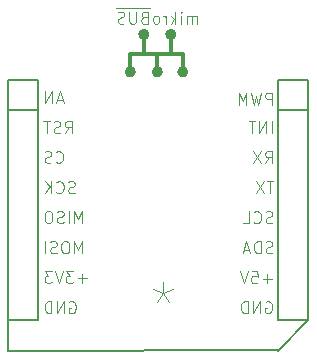
<source format=gbo>
G04 #@! TF.GenerationSoftware,KiCad,Pcbnew,8.0.6*
G04 #@! TF.CreationDate,2025-01-19T14:16:04-05:00*
G04 #@! TF.ProjectId,board_stm8_rev2,626f6172-645f-4737-946d-385f72657632,rev?*
G04 #@! TF.SameCoordinates,Original*
G04 #@! TF.FileFunction,Legend,Bot*
G04 #@! TF.FilePolarity,Positive*
%FSLAX46Y46*%
G04 Gerber Fmt 4.6, Leading zero omitted, Abs format (unit mm)*
G04 Created by KiCad (PCBNEW 8.0.6) date 2025-01-19 14:16:04*
%MOMM*%
%LPD*%
G01*
G04 APERTURE LIST*
%ADD10C,0.100000*%
%ADD11C,0.127000*%
%ADD12C,0.304800*%
%ADD13C,0.508000*%
G04 APERTURE END LIST*
D10*
X151876761Y-99892419D02*
X151876761Y-98892419D01*
X151876761Y-98892419D02*
X151543428Y-99606704D01*
X151543428Y-99606704D02*
X151210095Y-98892419D01*
X151210095Y-98892419D02*
X151210095Y-99892419D01*
X150543428Y-98892419D02*
X150352952Y-98892419D01*
X150352952Y-98892419D02*
X150257714Y-98940038D01*
X150257714Y-98940038D02*
X150162476Y-99035276D01*
X150162476Y-99035276D02*
X150114857Y-99225752D01*
X150114857Y-99225752D02*
X150114857Y-99559085D01*
X150114857Y-99559085D02*
X150162476Y-99749561D01*
X150162476Y-99749561D02*
X150257714Y-99844800D01*
X150257714Y-99844800D02*
X150352952Y-99892419D01*
X150352952Y-99892419D02*
X150543428Y-99892419D01*
X150543428Y-99892419D02*
X150638666Y-99844800D01*
X150638666Y-99844800D02*
X150733904Y-99749561D01*
X150733904Y-99749561D02*
X150781523Y-99559085D01*
X150781523Y-99559085D02*
X150781523Y-99225752D01*
X150781523Y-99225752D02*
X150733904Y-99035276D01*
X150733904Y-99035276D02*
X150638666Y-98940038D01*
X150638666Y-98940038D02*
X150543428Y-98892419D01*
X149733904Y-99844800D02*
X149591047Y-99892419D01*
X149591047Y-99892419D02*
X149352952Y-99892419D01*
X149352952Y-99892419D02*
X149257714Y-99844800D01*
X149257714Y-99844800D02*
X149210095Y-99797180D01*
X149210095Y-99797180D02*
X149162476Y-99701942D01*
X149162476Y-99701942D02*
X149162476Y-99606704D01*
X149162476Y-99606704D02*
X149210095Y-99511466D01*
X149210095Y-99511466D02*
X149257714Y-99463847D01*
X149257714Y-99463847D02*
X149352952Y-99416228D01*
X149352952Y-99416228D02*
X149543428Y-99368609D01*
X149543428Y-99368609D02*
X149638666Y-99320990D01*
X149638666Y-99320990D02*
X149686285Y-99273371D01*
X149686285Y-99273371D02*
X149733904Y-99178133D01*
X149733904Y-99178133D02*
X149733904Y-99082895D01*
X149733904Y-99082895D02*
X149686285Y-98987657D01*
X149686285Y-98987657D02*
X149638666Y-98940038D01*
X149638666Y-98940038D02*
X149543428Y-98892419D01*
X149543428Y-98892419D02*
X149305333Y-98892419D01*
X149305333Y-98892419D02*
X149162476Y-98940038D01*
X148733904Y-99892419D02*
X148733904Y-98892419D01*
X167977180Y-99844800D02*
X167834323Y-99892419D01*
X167834323Y-99892419D02*
X167596228Y-99892419D01*
X167596228Y-99892419D02*
X167500990Y-99844800D01*
X167500990Y-99844800D02*
X167453371Y-99797180D01*
X167453371Y-99797180D02*
X167405752Y-99701942D01*
X167405752Y-99701942D02*
X167405752Y-99606704D01*
X167405752Y-99606704D02*
X167453371Y-99511466D01*
X167453371Y-99511466D02*
X167500990Y-99463847D01*
X167500990Y-99463847D02*
X167596228Y-99416228D01*
X167596228Y-99416228D02*
X167786704Y-99368609D01*
X167786704Y-99368609D02*
X167881942Y-99320990D01*
X167881942Y-99320990D02*
X167929561Y-99273371D01*
X167929561Y-99273371D02*
X167977180Y-99178133D01*
X167977180Y-99178133D02*
X167977180Y-99082895D01*
X167977180Y-99082895D02*
X167929561Y-98987657D01*
X167929561Y-98987657D02*
X167881942Y-98940038D01*
X167881942Y-98940038D02*
X167786704Y-98892419D01*
X167786704Y-98892419D02*
X167548609Y-98892419D01*
X167548609Y-98892419D02*
X167405752Y-98940038D01*
X166977180Y-99892419D02*
X166977180Y-98892419D01*
X166977180Y-98892419D02*
X166739085Y-98892419D01*
X166739085Y-98892419D02*
X166596228Y-98940038D01*
X166596228Y-98940038D02*
X166500990Y-99035276D01*
X166500990Y-99035276D02*
X166453371Y-99130514D01*
X166453371Y-99130514D02*
X166405752Y-99320990D01*
X166405752Y-99320990D02*
X166405752Y-99463847D01*
X166405752Y-99463847D02*
X166453371Y-99654323D01*
X166453371Y-99654323D02*
X166500990Y-99749561D01*
X166500990Y-99749561D02*
X166596228Y-99844800D01*
X166596228Y-99844800D02*
X166739085Y-99892419D01*
X166739085Y-99892419D02*
X166977180Y-99892419D01*
X166024799Y-99606704D02*
X165548609Y-99606704D01*
X166120037Y-99892419D02*
X165786704Y-98892419D01*
X165786704Y-98892419D02*
X165453371Y-99892419D01*
X149638666Y-92151780D02*
X149686285Y-92199400D01*
X149686285Y-92199400D02*
X149829142Y-92247019D01*
X149829142Y-92247019D02*
X149924380Y-92247019D01*
X149924380Y-92247019D02*
X150067237Y-92199400D01*
X150067237Y-92199400D02*
X150162475Y-92104161D01*
X150162475Y-92104161D02*
X150210094Y-92008923D01*
X150210094Y-92008923D02*
X150257713Y-91818447D01*
X150257713Y-91818447D02*
X150257713Y-91675590D01*
X150257713Y-91675590D02*
X150210094Y-91485114D01*
X150210094Y-91485114D02*
X150162475Y-91389876D01*
X150162475Y-91389876D02*
X150067237Y-91294638D01*
X150067237Y-91294638D02*
X149924380Y-91247019D01*
X149924380Y-91247019D02*
X149829142Y-91247019D01*
X149829142Y-91247019D02*
X149686285Y-91294638D01*
X149686285Y-91294638D02*
X149638666Y-91342257D01*
X149257713Y-92199400D02*
X149114856Y-92247019D01*
X149114856Y-92247019D02*
X148876761Y-92247019D01*
X148876761Y-92247019D02*
X148781523Y-92199400D01*
X148781523Y-92199400D02*
X148733904Y-92151780D01*
X148733904Y-92151780D02*
X148686285Y-92056542D01*
X148686285Y-92056542D02*
X148686285Y-91961304D01*
X148686285Y-91961304D02*
X148733904Y-91866066D01*
X148733904Y-91866066D02*
X148781523Y-91818447D01*
X148781523Y-91818447D02*
X148876761Y-91770828D01*
X148876761Y-91770828D02*
X149067237Y-91723209D01*
X149067237Y-91723209D02*
X149162475Y-91675590D01*
X149162475Y-91675590D02*
X149210094Y-91627971D01*
X149210094Y-91627971D02*
X149257713Y-91532733D01*
X149257713Y-91532733D02*
X149257713Y-91437495D01*
X149257713Y-91437495D02*
X149210094Y-91342257D01*
X149210094Y-91342257D02*
X149162475Y-91294638D01*
X149162475Y-91294638D02*
X149067237Y-91247019D01*
X149067237Y-91247019D02*
X148829142Y-91247019D01*
X148829142Y-91247019D02*
X148686285Y-91294638D01*
X168072418Y-93812419D02*
X167500990Y-93812419D01*
X167786704Y-94812419D02*
X167786704Y-93812419D01*
X167262894Y-93812419D02*
X166596228Y-94812419D01*
X166596228Y-93812419D02*
X167262894Y-94812419D01*
X167405751Y-104020038D02*
X167500989Y-103972419D01*
X167500989Y-103972419D02*
X167643846Y-103972419D01*
X167643846Y-103972419D02*
X167786703Y-104020038D01*
X167786703Y-104020038D02*
X167881941Y-104115276D01*
X167881941Y-104115276D02*
X167929560Y-104210514D01*
X167929560Y-104210514D02*
X167977179Y-104400990D01*
X167977179Y-104400990D02*
X167977179Y-104543847D01*
X167977179Y-104543847D02*
X167929560Y-104734323D01*
X167929560Y-104734323D02*
X167881941Y-104829561D01*
X167881941Y-104829561D02*
X167786703Y-104924800D01*
X167786703Y-104924800D02*
X167643846Y-104972419D01*
X167643846Y-104972419D02*
X167548608Y-104972419D01*
X167548608Y-104972419D02*
X167405751Y-104924800D01*
X167405751Y-104924800D02*
X167358132Y-104877180D01*
X167358132Y-104877180D02*
X167358132Y-104543847D01*
X167358132Y-104543847D02*
X167548608Y-104543847D01*
X166929560Y-104972419D02*
X166929560Y-103972419D01*
X166929560Y-103972419D02*
X166358132Y-104972419D01*
X166358132Y-104972419D02*
X166358132Y-103972419D01*
X165881941Y-104972419D02*
X165881941Y-103972419D01*
X165881941Y-103972419D02*
X165643846Y-103972419D01*
X165643846Y-103972419D02*
X165500989Y-104020038D01*
X165500989Y-104020038D02*
X165405751Y-104115276D01*
X165405751Y-104115276D02*
X165358132Y-104210514D01*
X165358132Y-104210514D02*
X165310513Y-104400990D01*
X165310513Y-104400990D02*
X165310513Y-104543847D01*
X165310513Y-104543847D02*
X165358132Y-104734323D01*
X165358132Y-104734323D02*
X165405751Y-104829561D01*
X165405751Y-104829561D02*
X165500989Y-104924800D01*
X165500989Y-104924800D02*
X165643846Y-104972419D01*
X165643846Y-104972419D02*
X165881941Y-104972419D01*
X167929561Y-87319419D02*
X167929561Y-86319419D01*
X167929561Y-86319419D02*
X167548609Y-86319419D01*
X167548609Y-86319419D02*
X167453371Y-86367038D01*
X167453371Y-86367038D02*
X167405752Y-86414657D01*
X167405752Y-86414657D02*
X167358133Y-86509895D01*
X167358133Y-86509895D02*
X167358133Y-86652752D01*
X167358133Y-86652752D02*
X167405752Y-86747990D01*
X167405752Y-86747990D02*
X167453371Y-86795609D01*
X167453371Y-86795609D02*
X167548609Y-86843228D01*
X167548609Y-86843228D02*
X167929561Y-86843228D01*
X167024799Y-86319419D02*
X166786704Y-87319419D01*
X166786704Y-87319419D02*
X166596228Y-86605133D01*
X166596228Y-86605133D02*
X166405752Y-87319419D01*
X166405752Y-87319419D02*
X166167657Y-86319419D01*
X165786704Y-87319419D02*
X165786704Y-86319419D01*
X165786704Y-86319419D02*
X165453371Y-87033704D01*
X165453371Y-87033704D02*
X165120038Y-86319419D01*
X165120038Y-86319419D02*
X165120038Y-87319419D01*
X167977179Y-97304800D02*
X167834322Y-97352419D01*
X167834322Y-97352419D02*
X167596227Y-97352419D01*
X167596227Y-97352419D02*
X167500989Y-97304800D01*
X167500989Y-97304800D02*
X167453370Y-97257180D01*
X167453370Y-97257180D02*
X167405751Y-97161942D01*
X167405751Y-97161942D02*
X167405751Y-97066704D01*
X167405751Y-97066704D02*
X167453370Y-96971466D01*
X167453370Y-96971466D02*
X167500989Y-96923847D01*
X167500989Y-96923847D02*
X167596227Y-96876228D01*
X167596227Y-96876228D02*
X167786703Y-96828609D01*
X167786703Y-96828609D02*
X167881941Y-96780990D01*
X167881941Y-96780990D02*
X167929560Y-96733371D01*
X167929560Y-96733371D02*
X167977179Y-96638133D01*
X167977179Y-96638133D02*
X167977179Y-96542895D01*
X167977179Y-96542895D02*
X167929560Y-96447657D01*
X167929560Y-96447657D02*
X167881941Y-96400038D01*
X167881941Y-96400038D02*
X167786703Y-96352419D01*
X167786703Y-96352419D02*
X167548608Y-96352419D01*
X167548608Y-96352419D02*
X167405751Y-96400038D01*
X166405751Y-97257180D02*
X166453370Y-97304800D01*
X166453370Y-97304800D02*
X166596227Y-97352419D01*
X166596227Y-97352419D02*
X166691465Y-97352419D01*
X166691465Y-97352419D02*
X166834322Y-97304800D01*
X166834322Y-97304800D02*
X166929560Y-97209561D01*
X166929560Y-97209561D02*
X166977179Y-97114323D01*
X166977179Y-97114323D02*
X167024798Y-96923847D01*
X167024798Y-96923847D02*
X167024798Y-96780990D01*
X167024798Y-96780990D02*
X166977179Y-96590514D01*
X166977179Y-96590514D02*
X166929560Y-96495276D01*
X166929560Y-96495276D02*
X166834322Y-96400038D01*
X166834322Y-96400038D02*
X166691465Y-96352419D01*
X166691465Y-96352419D02*
X166596227Y-96352419D01*
X166596227Y-96352419D02*
X166453370Y-96400038D01*
X166453370Y-96400038D02*
X166405751Y-96447657D01*
X165500989Y-97352419D02*
X165977179Y-97352419D01*
X165977179Y-97352419D02*
X165977179Y-96352419D01*
X167929560Y-102051466D02*
X167167656Y-102051466D01*
X167548608Y-102432419D02*
X167548608Y-101670514D01*
X166215275Y-101432419D02*
X166691465Y-101432419D01*
X166691465Y-101432419D02*
X166739084Y-101908609D01*
X166739084Y-101908609D02*
X166691465Y-101860990D01*
X166691465Y-101860990D02*
X166596227Y-101813371D01*
X166596227Y-101813371D02*
X166358132Y-101813371D01*
X166358132Y-101813371D02*
X166262894Y-101860990D01*
X166262894Y-101860990D02*
X166215275Y-101908609D01*
X166215275Y-101908609D02*
X166167656Y-102003847D01*
X166167656Y-102003847D02*
X166167656Y-102241942D01*
X166167656Y-102241942D02*
X166215275Y-102337180D01*
X166215275Y-102337180D02*
X166262894Y-102384800D01*
X166262894Y-102384800D02*
X166358132Y-102432419D01*
X166358132Y-102432419D02*
X166596227Y-102432419D01*
X166596227Y-102432419D02*
X166691465Y-102384800D01*
X166691465Y-102384800D02*
X166739084Y-102337180D01*
X165881941Y-101432419D02*
X165548608Y-102432419D01*
X165548608Y-102432419D02*
X165215275Y-101432419D01*
X152257714Y-102026066D02*
X151495810Y-102026066D01*
X151876762Y-102407019D02*
X151876762Y-101645114D01*
X151114857Y-101407019D02*
X150495810Y-101407019D01*
X150495810Y-101407019D02*
X150829143Y-101787971D01*
X150829143Y-101787971D02*
X150686286Y-101787971D01*
X150686286Y-101787971D02*
X150591048Y-101835590D01*
X150591048Y-101835590D02*
X150543429Y-101883209D01*
X150543429Y-101883209D02*
X150495810Y-101978447D01*
X150495810Y-101978447D02*
X150495810Y-102216542D01*
X150495810Y-102216542D02*
X150543429Y-102311780D01*
X150543429Y-102311780D02*
X150591048Y-102359400D01*
X150591048Y-102359400D02*
X150686286Y-102407019D01*
X150686286Y-102407019D02*
X150972000Y-102407019D01*
X150972000Y-102407019D02*
X151067238Y-102359400D01*
X151067238Y-102359400D02*
X151114857Y-102311780D01*
X150210095Y-101407019D02*
X149876762Y-102407019D01*
X149876762Y-102407019D02*
X149543429Y-101407019D01*
X149305333Y-101407019D02*
X148686286Y-101407019D01*
X148686286Y-101407019D02*
X149019619Y-101787971D01*
X149019619Y-101787971D02*
X148876762Y-101787971D01*
X148876762Y-101787971D02*
X148781524Y-101835590D01*
X148781524Y-101835590D02*
X148733905Y-101883209D01*
X148733905Y-101883209D02*
X148686286Y-101978447D01*
X148686286Y-101978447D02*
X148686286Y-102216542D01*
X148686286Y-102216542D02*
X148733905Y-102311780D01*
X148733905Y-102311780D02*
X148781524Y-102359400D01*
X148781524Y-102359400D02*
X148876762Y-102407019D01*
X148876762Y-102407019D02*
X149162476Y-102407019D01*
X149162476Y-102407019D02*
X149257714Y-102359400D01*
X149257714Y-102359400D02*
X149305333Y-102311780D01*
X167929561Y-89732419D02*
X167929561Y-88732419D01*
X167453371Y-89732419D02*
X167453371Y-88732419D01*
X167453371Y-88732419D02*
X166881943Y-89732419D01*
X166881943Y-89732419D02*
X166881943Y-88732419D01*
X166548609Y-88732419D02*
X165977181Y-88732419D01*
X166262895Y-89732419D02*
X166262895Y-88732419D01*
X151876761Y-97327019D02*
X151876761Y-96327019D01*
X151876761Y-96327019D02*
X151543428Y-97041304D01*
X151543428Y-97041304D02*
X151210095Y-96327019D01*
X151210095Y-96327019D02*
X151210095Y-97327019D01*
X150733904Y-97327019D02*
X150733904Y-96327019D01*
X150305333Y-97279400D02*
X150162476Y-97327019D01*
X150162476Y-97327019D02*
X149924381Y-97327019D01*
X149924381Y-97327019D02*
X149829143Y-97279400D01*
X149829143Y-97279400D02*
X149781524Y-97231780D01*
X149781524Y-97231780D02*
X149733905Y-97136542D01*
X149733905Y-97136542D02*
X149733905Y-97041304D01*
X149733905Y-97041304D02*
X149781524Y-96946066D01*
X149781524Y-96946066D02*
X149829143Y-96898447D01*
X149829143Y-96898447D02*
X149924381Y-96850828D01*
X149924381Y-96850828D02*
X150114857Y-96803209D01*
X150114857Y-96803209D02*
X150210095Y-96755590D01*
X150210095Y-96755590D02*
X150257714Y-96707971D01*
X150257714Y-96707971D02*
X150305333Y-96612733D01*
X150305333Y-96612733D02*
X150305333Y-96517495D01*
X150305333Y-96517495D02*
X150257714Y-96422257D01*
X150257714Y-96422257D02*
X150210095Y-96374638D01*
X150210095Y-96374638D02*
X150114857Y-96327019D01*
X150114857Y-96327019D02*
X149876762Y-96327019D01*
X149876762Y-96327019D02*
X149733905Y-96374638D01*
X149114857Y-96327019D02*
X148924381Y-96327019D01*
X148924381Y-96327019D02*
X148829143Y-96374638D01*
X148829143Y-96374638D02*
X148733905Y-96469876D01*
X148733905Y-96469876D02*
X148686286Y-96660352D01*
X148686286Y-96660352D02*
X148686286Y-96993685D01*
X148686286Y-96993685D02*
X148733905Y-97184161D01*
X148733905Y-97184161D02*
X148829143Y-97279400D01*
X148829143Y-97279400D02*
X148924381Y-97327019D01*
X148924381Y-97327019D02*
X149114857Y-97327019D01*
X149114857Y-97327019D02*
X149210095Y-97279400D01*
X149210095Y-97279400D02*
X149305333Y-97184161D01*
X149305333Y-97184161D02*
X149352952Y-96993685D01*
X149352952Y-96993685D02*
X149352952Y-96660352D01*
X149352952Y-96660352D02*
X149305333Y-96469876D01*
X149305333Y-96469876D02*
X149210095Y-96374638D01*
X149210095Y-96374638D02*
X149114857Y-96327019D01*
X150400572Y-89732419D02*
X150733905Y-89256228D01*
X150972000Y-89732419D02*
X150972000Y-88732419D01*
X150972000Y-88732419D02*
X150591048Y-88732419D01*
X150591048Y-88732419D02*
X150495810Y-88780038D01*
X150495810Y-88780038D02*
X150448191Y-88827657D01*
X150448191Y-88827657D02*
X150400572Y-88922895D01*
X150400572Y-88922895D02*
X150400572Y-89065752D01*
X150400572Y-89065752D02*
X150448191Y-89160990D01*
X150448191Y-89160990D02*
X150495810Y-89208609D01*
X150495810Y-89208609D02*
X150591048Y-89256228D01*
X150591048Y-89256228D02*
X150972000Y-89256228D01*
X150019619Y-89684800D02*
X149876762Y-89732419D01*
X149876762Y-89732419D02*
X149638667Y-89732419D01*
X149638667Y-89732419D02*
X149543429Y-89684800D01*
X149543429Y-89684800D02*
X149495810Y-89637180D01*
X149495810Y-89637180D02*
X149448191Y-89541942D01*
X149448191Y-89541942D02*
X149448191Y-89446704D01*
X149448191Y-89446704D02*
X149495810Y-89351466D01*
X149495810Y-89351466D02*
X149543429Y-89303847D01*
X149543429Y-89303847D02*
X149638667Y-89256228D01*
X149638667Y-89256228D02*
X149829143Y-89208609D01*
X149829143Y-89208609D02*
X149924381Y-89160990D01*
X149924381Y-89160990D02*
X149972000Y-89113371D01*
X149972000Y-89113371D02*
X150019619Y-89018133D01*
X150019619Y-89018133D02*
X150019619Y-88922895D01*
X150019619Y-88922895D02*
X149972000Y-88827657D01*
X149972000Y-88827657D02*
X149924381Y-88780038D01*
X149924381Y-88780038D02*
X149829143Y-88732419D01*
X149829143Y-88732419D02*
X149591048Y-88732419D01*
X149591048Y-88732419D02*
X149448191Y-88780038D01*
X149162476Y-88732419D02*
X148591048Y-88732419D01*
X148876762Y-89732419D02*
X148876762Y-88732419D01*
X151257713Y-94764800D02*
X151114856Y-94812419D01*
X151114856Y-94812419D02*
X150876761Y-94812419D01*
X150876761Y-94812419D02*
X150781523Y-94764800D01*
X150781523Y-94764800D02*
X150733904Y-94717180D01*
X150733904Y-94717180D02*
X150686285Y-94621942D01*
X150686285Y-94621942D02*
X150686285Y-94526704D01*
X150686285Y-94526704D02*
X150733904Y-94431466D01*
X150733904Y-94431466D02*
X150781523Y-94383847D01*
X150781523Y-94383847D02*
X150876761Y-94336228D01*
X150876761Y-94336228D02*
X151067237Y-94288609D01*
X151067237Y-94288609D02*
X151162475Y-94240990D01*
X151162475Y-94240990D02*
X151210094Y-94193371D01*
X151210094Y-94193371D02*
X151257713Y-94098133D01*
X151257713Y-94098133D02*
X151257713Y-94002895D01*
X151257713Y-94002895D02*
X151210094Y-93907657D01*
X151210094Y-93907657D02*
X151162475Y-93860038D01*
X151162475Y-93860038D02*
X151067237Y-93812419D01*
X151067237Y-93812419D02*
X150829142Y-93812419D01*
X150829142Y-93812419D02*
X150686285Y-93860038D01*
X149686285Y-94717180D02*
X149733904Y-94764800D01*
X149733904Y-94764800D02*
X149876761Y-94812419D01*
X149876761Y-94812419D02*
X149971999Y-94812419D01*
X149971999Y-94812419D02*
X150114856Y-94764800D01*
X150114856Y-94764800D02*
X150210094Y-94669561D01*
X150210094Y-94669561D02*
X150257713Y-94574323D01*
X150257713Y-94574323D02*
X150305332Y-94383847D01*
X150305332Y-94383847D02*
X150305332Y-94240990D01*
X150305332Y-94240990D02*
X150257713Y-94050514D01*
X150257713Y-94050514D02*
X150210094Y-93955276D01*
X150210094Y-93955276D02*
X150114856Y-93860038D01*
X150114856Y-93860038D02*
X149971999Y-93812419D01*
X149971999Y-93812419D02*
X149876761Y-93812419D01*
X149876761Y-93812419D02*
X149733904Y-93860038D01*
X149733904Y-93860038D02*
X149686285Y-93907657D01*
X149257713Y-94812419D02*
X149257713Y-93812419D01*
X148686285Y-94812419D02*
X149114856Y-94240990D01*
X148686285Y-93812419D02*
X149257713Y-94383847D01*
X150210095Y-86906704D02*
X149733905Y-86906704D01*
X150305333Y-87192419D02*
X149972000Y-86192419D01*
X149972000Y-86192419D02*
X149638667Y-87192419D01*
X149305333Y-87192419D02*
X149305333Y-86192419D01*
X149305333Y-86192419D02*
X148733905Y-87192419D01*
X148733905Y-87192419D02*
X148733905Y-86192419D01*
X167358132Y-92272419D02*
X167691465Y-91796228D01*
X167929560Y-92272419D02*
X167929560Y-91272419D01*
X167929560Y-91272419D02*
X167548608Y-91272419D01*
X167548608Y-91272419D02*
X167453370Y-91320038D01*
X167453370Y-91320038D02*
X167405751Y-91367657D01*
X167405751Y-91367657D02*
X167358132Y-91462895D01*
X167358132Y-91462895D02*
X167358132Y-91605752D01*
X167358132Y-91605752D02*
X167405751Y-91700990D01*
X167405751Y-91700990D02*
X167453370Y-91748609D01*
X167453370Y-91748609D02*
X167548608Y-91796228D01*
X167548608Y-91796228D02*
X167929560Y-91796228D01*
X167024798Y-91272419D02*
X166358132Y-92272419D01*
X166358132Y-91272419D02*
X167024798Y-92272419D01*
X161583332Y-80457419D02*
X161583332Y-79790752D01*
X161583332Y-79885990D02*
X161535713Y-79838371D01*
X161535713Y-79838371D02*
X161440475Y-79790752D01*
X161440475Y-79790752D02*
X161297618Y-79790752D01*
X161297618Y-79790752D02*
X161202380Y-79838371D01*
X161202380Y-79838371D02*
X161154761Y-79933609D01*
X161154761Y-79933609D02*
X161154761Y-80457419D01*
X161154761Y-79933609D02*
X161107142Y-79838371D01*
X161107142Y-79838371D02*
X161011904Y-79790752D01*
X161011904Y-79790752D02*
X160869047Y-79790752D01*
X160869047Y-79790752D02*
X160773808Y-79838371D01*
X160773808Y-79838371D02*
X160726189Y-79933609D01*
X160726189Y-79933609D02*
X160726189Y-80457419D01*
X160249999Y-80457419D02*
X160249999Y-79790752D01*
X160249999Y-79457419D02*
X160297618Y-79505038D01*
X160297618Y-79505038D02*
X160249999Y-79552657D01*
X160249999Y-79552657D02*
X160202380Y-79505038D01*
X160202380Y-79505038D02*
X160249999Y-79457419D01*
X160249999Y-79457419D02*
X160249999Y-79552657D01*
X159773809Y-80457419D02*
X159773809Y-79457419D01*
X159678571Y-80076466D02*
X159392857Y-80457419D01*
X159392857Y-79790752D02*
X159773809Y-80171704D01*
X158964285Y-80457419D02*
X158964285Y-79790752D01*
X158964285Y-79981228D02*
X158916666Y-79885990D01*
X158916666Y-79885990D02*
X158869047Y-79838371D01*
X158869047Y-79838371D02*
X158773809Y-79790752D01*
X158773809Y-79790752D02*
X158678571Y-79790752D01*
X158202380Y-80457419D02*
X158297618Y-80409800D01*
X158297618Y-80409800D02*
X158345237Y-80362180D01*
X158345237Y-80362180D02*
X158392856Y-80266942D01*
X158392856Y-80266942D02*
X158392856Y-79981228D01*
X158392856Y-79981228D02*
X158345237Y-79885990D01*
X158345237Y-79885990D02*
X158297618Y-79838371D01*
X158297618Y-79838371D02*
X158202380Y-79790752D01*
X158202380Y-79790752D02*
X158059523Y-79790752D01*
X158059523Y-79790752D02*
X157964285Y-79838371D01*
X157964285Y-79838371D02*
X157916666Y-79885990D01*
X157916666Y-79885990D02*
X157869047Y-79981228D01*
X157869047Y-79981228D02*
X157869047Y-80266942D01*
X157869047Y-80266942D02*
X157916666Y-80362180D01*
X157916666Y-80362180D02*
X157964285Y-80409800D01*
X157964285Y-80409800D02*
X158059523Y-80457419D01*
X158059523Y-80457419D02*
X158202380Y-80457419D01*
X157107142Y-79933609D02*
X156964285Y-79981228D01*
X156964285Y-79981228D02*
X156916666Y-80028847D01*
X156916666Y-80028847D02*
X156869047Y-80124085D01*
X156869047Y-80124085D02*
X156869047Y-80266942D01*
X156869047Y-80266942D02*
X156916666Y-80362180D01*
X156916666Y-80362180D02*
X156964285Y-80409800D01*
X156964285Y-80409800D02*
X157059523Y-80457419D01*
X157059523Y-80457419D02*
X157440475Y-80457419D01*
X157440475Y-80457419D02*
X157440475Y-79457419D01*
X157440475Y-79457419D02*
X157107142Y-79457419D01*
X157107142Y-79457419D02*
X157011904Y-79505038D01*
X157011904Y-79505038D02*
X156964285Y-79552657D01*
X156964285Y-79552657D02*
X156916666Y-79647895D01*
X156916666Y-79647895D02*
X156916666Y-79743133D01*
X156916666Y-79743133D02*
X156964285Y-79838371D01*
X156964285Y-79838371D02*
X157011904Y-79885990D01*
X157011904Y-79885990D02*
X157107142Y-79933609D01*
X157107142Y-79933609D02*
X157440475Y-79933609D01*
X156440475Y-79457419D02*
X156440475Y-80266942D01*
X156440475Y-80266942D02*
X156392856Y-80362180D01*
X156392856Y-80362180D02*
X156345237Y-80409800D01*
X156345237Y-80409800D02*
X156249999Y-80457419D01*
X156249999Y-80457419D02*
X156059523Y-80457419D01*
X156059523Y-80457419D02*
X155964285Y-80409800D01*
X155964285Y-80409800D02*
X155916666Y-80362180D01*
X155916666Y-80362180D02*
X155869047Y-80266942D01*
X155869047Y-80266942D02*
X155869047Y-79457419D01*
X155440475Y-80409800D02*
X155297618Y-80457419D01*
X155297618Y-80457419D02*
X155059523Y-80457419D01*
X155059523Y-80457419D02*
X154964285Y-80409800D01*
X154964285Y-80409800D02*
X154916666Y-80362180D01*
X154916666Y-80362180D02*
X154869047Y-80266942D01*
X154869047Y-80266942D02*
X154869047Y-80171704D01*
X154869047Y-80171704D02*
X154916666Y-80076466D01*
X154916666Y-80076466D02*
X154964285Y-80028847D01*
X154964285Y-80028847D02*
X155059523Y-79981228D01*
X155059523Y-79981228D02*
X155249999Y-79933609D01*
X155249999Y-79933609D02*
X155345237Y-79885990D01*
X155345237Y-79885990D02*
X155392856Y-79838371D01*
X155392856Y-79838371D02*
X155440475Y-79743133D01*
X155440475Y-79743133D02*
X155440475Y-79647895D01*
X155440475Y-79647895D02*
X155392856Y-79552657D01*
X155392856Y-79552657D02*
X155345237Y-79505038D01*
X155345237Y-79505038D02*
X155249999Y-79457419D01*
X155249999Y-79457419D02*
X155011904Y-79457419D01*
X155011904Y-79457419D02*
X154869047Y-79505038D01*
X157578571Y-79179800D02*
X154778571Y-79179800D01*
X150781523Y-104020038D02*
X150876761Y-103972419D01*
X150876761Y-103972419D02*
X151019618Y-103972419D01*
X151019618Y-103972419D02*
X151162475Y-104020038D01*
X151162475Y-104020038D02*
X151257713Y-104115276D01*
X151257713Y-104115276D02*
X151305332Y-104210514D01*
X151305332Y-104210514D02*
X151352951Y-104400990D01*
X151352951Y-104400990D02*
X151352951Y-104543847D01*
X151352951Y-104543847D02*
X151305332Y-104734323D01*
X151305332Y-104734323D02*
X151257713Y-104829561D01*
X151257713Y-104829561D02*
X151162475Y-104924800D01*
X151162475Y-104924800D02*
X151019618Y-104972419D01*
X151019618Y-104972419D02*
X150924380Y-104972419D01*
X150924380Y-104972419D02*
X150781523Y-104924800D01*
X150781523Y-104924800D02*
X150733904Y-104877180D01*
X150733904Y-104877180D02*
X150733904Y-104543847D01*
X150733904Y-104543847D02*
X150924380Y-104543847D01*
X150305332Y-104972419D02*
X150305332Y-103972419D01*
X150305332Y-103972419D02*
X149733904Y-104972419D01*
X149733904Y-104972419D02*
X149733904Y-103972419D01*
X149257713Y-104972419D02*
X149257713Y-103972419D01*
X149257713Y-103972419D02*
X149019618Y-103972419D01*
X149019618Y-103972419D02*
X148876761Y-104020038D01*
X148876761Y-104020038D02*
X148781523Y-104115276D01*
X148781523Y-104115276D02*
X148733904Y-104210514D01*
X148733904Y-104210514D02*
X148686285Y-104400990D01*
X148686285Y-104400990D02*
X148686285Y-104543847D01*
X148686285Y-104543847D02*
X148733904Y-104734323D01*
X148733904Y-104734323D02*
X148781523Y-104829561D01*
X148781523Y-104829561D02*
X148876761Y-104924800D01*
X148876761Y-104924800D02*
X149019618Y-104972419D01*
X149019618Y-104972419D02*
X149257713Y-104972419D01*
X158699999Y-102345276D02*
X158699999Y-103297657D01*
X159533333Y-102916704D02*
X158699999Y-103297657D01*
X158699999Y-103297657D02*
X157866666Y-102916704D01*
X159199999Y-104059561D02*
X158699999Y-103297657D01*
X158699999Y-103297657D02*
X158199999Y-104059561D01*
D11*
X145620000Y-105530000D02*
X145620000Y-108150000D01*
X145620000Y-108150000D02*
X168490000Y-108130000D01*
X145630000Y-85230000D02*
X145630000Y-87770000D01*
X145630000Y-87770000D02*
X145630000Y-105550000D01*
X145630000Y-87770000D02*
X148170000Y-87770000D01*
X145630000Y-105550000D02*
X148170000Y-105550000D01*
X148170000Y-85230000D02*
X145630000Y-85230000D01*
X148170000Y-87770000D02*
X148170000Y-85230000D01*
X148170000Y-105550000D02*
X148170000Y-87770000D01*
D12*
X155949000Y-83020200D02*
X155949000Y-84544200D01*
X157092000Y-83020200D02*
X155949000Y-83020200D01*
X157092000Y-83020200D02*
X157092000Y-81369200D01*
X158235000Y-83020200D02*
X157092000Y-83020200D01*
X158235000Y-83020200D02*
X158235000Y-84544200D01*
X159378000Y-83020200D02*
X158235000Y-83020200D01*
X159378000Y-83020200D02*
X159378000Y-81369200D01*
X160394000Y-83020200D02*
X159378000Y-83020200D01*
X160394000Y-83020200D02*
X160394000Y-84544200D01*
D11*
X168490000Y-85230000D02*
X168490000Y-87770000D01*
X168490000Y-85230000D02*
X171030000Y-85230000D01*
X168490000Y-87770000D02*
X168490000Y-105550000D01*
X168490000Y-87770000D02*
X171030000Y-87770000D01*
X168490000Y-105550000D02*
X171030000Y-105550000D01*
X171030000Y-85230000D02*
X171030000Y-105550000D01*
X171030000Y-105550000D02*
X168490000Y-108140000D01*
D13*
X156177600Y-84544200D02*
G75*
G02*
X155720400Y-84544200I-228600J0D01*
G01*
X155720400Y-84544200D02*
G75*
G02*
X156177600Y-84544200I228600J0D01*
G01*
X157320600Y-81369200D02*
G75*
G02*
X156863400Y-81369200I-228600J0D01*
G01*
X156863400Y-81369200D02*
G75*
G02*
X157320600Y-81369200I228600J0D01*
G01*
X158463600Y-84544200D02*
G75*
G02*
X158006400Y-84544200I-228600J0D01*
G01*
X158006400Y-84544200D02*
G75*
G02*
X158463600Y-84544200I228600J0D01*
G01*
X159606600Y-81369200D02*
G75*
G02*
X159149400Y-81369200I-228600J0D01*
G01*
X159149400Y-81369200D02*
G75*
G02*
X159606600Y-81369200I228600J0D01*
G01*
X160622600Y-84544200D02*
G75*
G02*
X160165400Y-84544200I-228600J0D01*
G01*
X160165400Y-84544200D02*
G75*
G02*
X160622600Y-84544200I228600J0D01*
G01*
M02*

</source>
